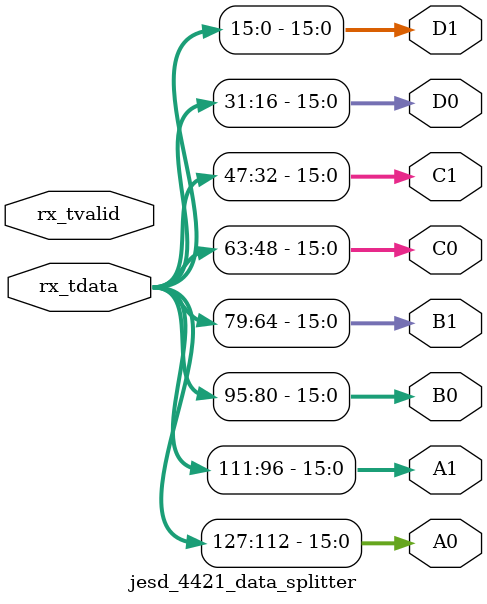
<source format=v>
`timescale 1ns / 1ps


module jesd_4421_data_splitter(
    input   wire [127:0]    rx_tdata,
    input   wire            rx_tvalid,
    output  wire [15:0]     A0,
    output  wire [15:0]     A1,
    output  wire [15:0]     B0,
    output  wire [15:0]     B1,
    output  wire [15:0]     C0,
    output  wire [15:0]     C1,
    output  wire [15:0]     D0,
    output  wire [15:0]     D1
    );
    
    assign A0 = rx_tdata[127:112];
    assign A1 = rx_tdata[111:96];
    assign B0 = rx_tdata[95:80];
    assign B1 = rx_tdata[79:64];
    assign C0 = rx_tdata[63:48];
    assign C1 = rx_tdata[47:32];
    assign D0 = rx_tdata[31:16];
    assign D1 = rx_tdata[15:0];
endmodule

</source>
